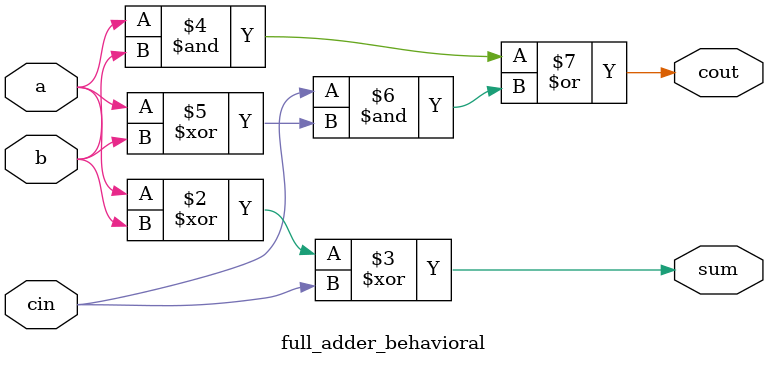
<source format=v>
module full_adder_behavioral(a,b,cin,sum,cout);
  input a,b,cin;
  output reg sum,cout;
  always@(*)
    begin 
  sum = (a^b^cin);
  cout = (a&b)|cin&(a^b);
    end 
endmodule 


</source>
